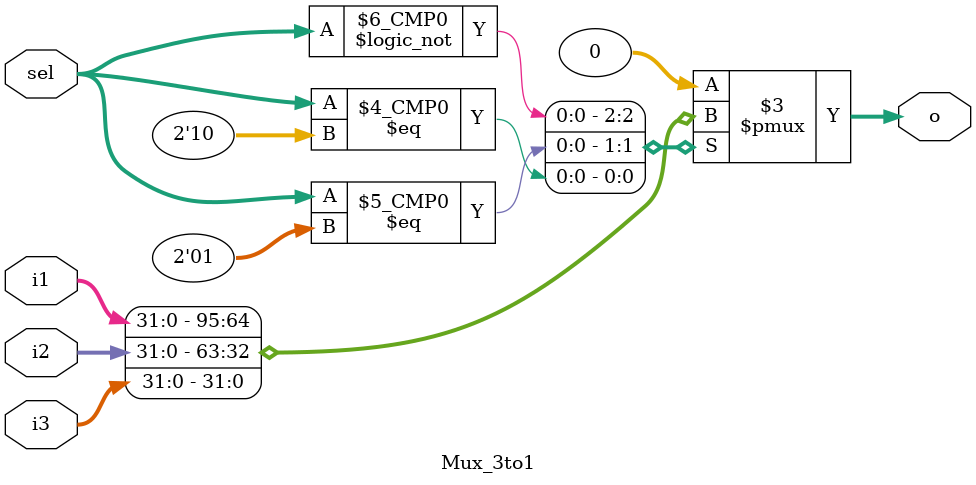
<source format=v>
module Mux_3to1 (i1,i2,i3,sel,o);
    input [31:0] i1,i2,i3;
    input [1:0] sel;
    output reg [31:0] o;

    //0上 1中 2下
    always @(*) 
    begin
        case (sel)
            2'd0:
            begin
                o=i1;
            end 
            2'd1:
            begin
                o=i2;
            end
            2'd2:
            begin
                o=i3;
            end
            default:
                o=32'b0;
        endcase    
    end

endmodule
</source>
